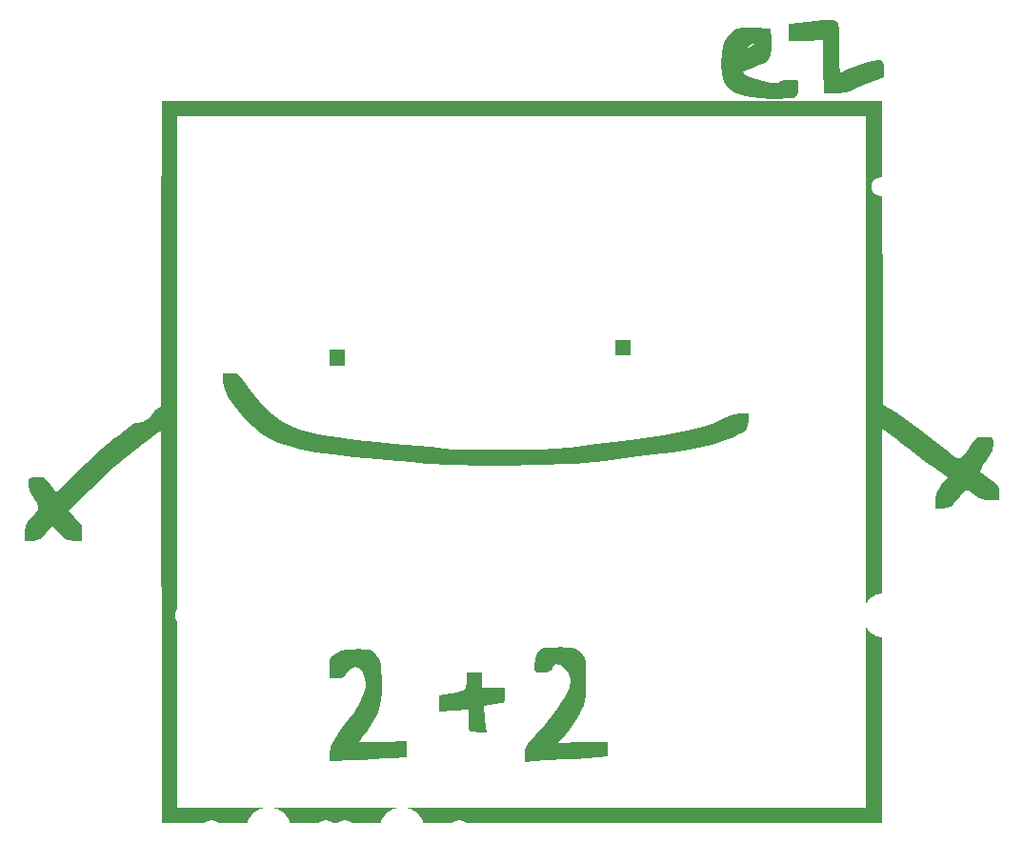
<source format=gbr>
%TF.GenerationSoftware,KiCad,Pcbnew,(6.0.8-1)-1*%
%TF.CreationDate,2022-12-25T10:37:34-08:00*%
%TF.ProjectId,bowiten65-rp2040,626f7769-7465-46e3-9635-2d7270323034,rev?*%
%TF.SameCoordinates,Original*%
%TF.FileFunction,Legend,Top*%
%TF.FilePolarity,Positive*%
%FSLAX46Y46*%
G04 Gerber Fmt 4.6, Leading zero omitted, Abs format (unit mm)*
G04 Created by KiCad (PCBNEW (6.0.8-1)-1) date 2022-12-25 10:37:34*
%MOMM*%
%LPD*%
G01*
G04 APERTURE LIST*
%ADD10C,1.750000*%
%ADD11C,3.987800*%
%ADD12C,3.048000*%
%ADD13R,1.700000X1.700000*%
%ADD14O,1.700000X1.700000*%
G04 APERTURE END LIST*
%TO.C,G\u002A\u002A\u002A*%
G36*
X150861395Y-166959919D02*
G01*
X150858849Y-164645543D01*
X150854749Y-162453055D01*
X150849217Y-160405264D01*
X150842370Y-158524974D01*
X150834327Y-156834992D01*
X150825208Y-155358125D01*
X150815131Y-154117180D01*
X150804215Y-153134962D01*
X150792580Y-152434278D01*
X150780344Y-152037934D01*
X150771411Y-151953784D01*
X150599983Y-152051499D01*
X150239482Y-152307249D01*
X149784587Y-152652840D01*
X149223206Y-153090766D01*
X148688548Y-153507715D01*
X148373757Y-153753104D01*
X147623942Y-154343468D01*
X147005014Y-154849678D01*
X146437624Y-155342117D01*
X145842421Y-155891167D01*
X145140053Y-156567211D01*
X144562690Y-157133455D01*
X142639461Y-159027443D01*
X143103906Y-159609527D01*
X143415170Y-159965686D01*
X143647421Y-160171436D01*
X143697068Y-160191616D01*
X143773848Y-160345090D01*
X143819891Y-160733368D01*
X143825784Y-160963919D01*
X143825784Y-161736216D01*
X143126740Y-161736216D01*
X142663731Y-161695606D01*
X142303774Y-161526969D01*
X141911837Y-161160095D01*
X141815755Y-161054554D01*
X141203815Y-160372892D01*
X140606298Y-161054554D01*
X140194604Y-161474413D01*
X139839136Y-161677812D01*
X139408441Y-161735682D01*
X139342958Y-161736216D01*
X138677136Y-161736216D01*
X138677930Y-161006824D01*
X138759668Y-160379990D01*
X139052365Y-159873334D01*
X139149889Y-159761422D01*
X139607377Y-159253509D01*
X139857227Y-158913954D01*
X139918791Y-158653641D01*
X139811418Y-158383456D01*
X139554461Y-158014282D01*
X139535078Y-157987547D01*
X139121748Y-157226733D01*
X139020379Y-156674864D01*
X139036890Y-156304458D01*
X139148797Y-156129344D01*
X139449662Y-156076339D01*
X139790241Y-156072702D01*
X140278785Y-156099936D01*
X140593841Y-156234610D01*
X140876233Y-156556188D01*
X141018901Y-156765992D01*
X141477698Y-157459282D01*
X143466944Y-155512466D01*
X144208473Y-154797069D01*
X144930225Y-154119132D01*
X145568375Y-153537332D01*
X146059099Y-153110343D01*
X146227920Y-152974243D01*
X146704133Y-152607838D01*
X147098367Y-152301956D01*
X147257650Y-152176614D01*
X148344260Y-151332591D01*
X149249218Y-150681123D01*
X149946262Y-150240657D01*
X150202015Y-150108339D01*
X150853416Y-149808513D01*
X150857843Y-136207500D01*
X150862271Y-122606486D01*
X214875056Y-122606486D01*
X214962946Y-149635558D01*
X215745376Y-150065279D01*
X216165797Y-150319940D01*
X216734016Y-150706371D01*
X217474763Y-151242763D01*
X218412764Y-151947308D01*
X219572750Y-152838198D01*
X220592885Y-153631473D01*
X221182461Y-154085911D01*
X221578235Y-154330975D01*
X221862455Y-154361287D01*
X222117364Y-154171467D01*
X222425209Y-153756138D01*
X222598806Y-153500297D01*
X222971890Y-152966867D01*
X223244241Y-152658657D01*
X223503545Y-152513979D01*
X223837488Y-152471148D01*
X224065287Y-152468648D01*
X224537273Y-152481808D01*
X224759820Y-152570298D01*
X224826728Y-152807634D01*
X224831190Y-153068927D01*
X224701723Y-153686811D01*
X224297957Y-154409639D01*
X224230514Y-154505302D01*
X223909288Y-154979913D01*
X223691323Y-155354557D01*
X223629838Y-155517538D01*
X223763623Y-155697540D01*
X224110440Y-155984005D01*
X224487946Y-156244324D01*
X224972882Y-156575960D01*
X225230145Y-156839276D01*
X225330715Y-157135128D01*
X225346054Y-157463566D01*
X225346054Y-158132162D01*
X224611944Y-158132162D01*
X224066817Y-158078969D01*
X223620636Y-157946689D01*
X223539309Y-157901048D01*
X222957221Y-157503835D01*
X222580970Y-157288922D01*
X222323783Y-157259179D01*
X222098888Y-157417471D01*
X221819512Y-157766668D01*
X221671282Y-157962787D01*
X221283810Y-158440794D01*
X220984010Y-158698637D01*
X220670023Y-158802325D01*
X220350567Y-158818648D01*
X219682541Y-158818648D01*
X219682541Y-158085454D01*
X219759301Y-157471660D01*
X220036446Y-156935577D01*
X220198121Y-156726771D01*
X220713702Y-156101283D01*
X219554540Y-155236530D01*
X218928748Y-154765527D01*
X218144339Y-154169118D01*
X217313481Y-153532831D01*
X216722261Y-153076970D01*
X216075631Y-152581641D01*
X215530704Y-152173815D01*
X215142483Y-151893975D01*
X214965970Y-151782605D01*
X214963139Y-151782162D01*
X214951252Y-151949992D01*
X214939852Y-152438314D01*
X214929049Y-153224378D01*
X214918957Y-154285435D01*
X214909687Y-155598732D01*
X214901350Y-157141520D01*
X214894059Y-158891048D01*
X214887925Y-160824567D01*
X214883060Y-162919324D01*
X214879575Y-165152571D01*
X214877583Y-167501555D01*
X214877136Y-169287567D01*
X214877136Y-186792973D01*
X150862271Y-186792973D01*
X150862271Y-185420000D01*
X152235244Y-185420000D01*
X213501739Y-185420000D01*
X213499885Y-154699729D01*
X213498032Y-123979459D01*
X152235244Y-123979459D01*
X152235244Y-185420000D01*
X150862271Y-185420000D01*
X150862271Y-169373378D01*
X150861395Y-166959919D01*
G37*
G36*
X192566325Y-145260540D02*
G01*
X191193352Y-145260540D01*
X191193352Y-143887567D01*
X192566325Y-143887567D01*
X192566325Y-145260540D01*
G37*
G36*
X210569354Y-115434438D02*
G01*
X210825011Y-115541798D01*
X210981158Y-115793605D01*
X211062428Y-116236483D01*
X211093452Y-116917054D01*
X211098862Y-117881943D01*
X211099116Y-118188684D01*
X211103667Y-119044502D01*
X211120611Y-119608938D01*
X211158435Y-119933828D01*
X211225629Y-120071011D01*
X211330680Y-120072324D01*
X211401798Y-120037248D01*
X211967177Y-119763547D01*
X212670784Y-119485293D01*
X213399893Y-119240412D01*
X214041778Y-119066826D01*
X214477670Y-119002432D01*
X214832034Y-119021647D01*
X214997474Y-119142385D01*
X215045919Y-119459283D01*
X215048757Y-119753804D01*
X215048757Y-120505177D01*
X213976122Y-120902521D01*
X213327001Y-121161242D01*
X212732402Y-121428906D01*
X212388622Y-121609290D01*
X211747372Y-121840839D01*
X210832601Y-121919297D01*
X210805965Y-121919358D01*
X209738173Y-121920000D01*
X209690425Y-119560202D01*
X209642676Y-117200405D01*
X208140987Y-117250289D01*
X206639298Y-117300174D01*
X206639298Y-115774749D01*
X207540311Y-115672268D01*
X208203047Y-115602303D01*
X209012758Y-115524269D01*
X209660984Y-115466567D01*
X210189555Y-115424902D01*
X210569354Y-115434438D01*
G37*
G36*
X157486198Y-146845265D02*
G01*
X157789723Y-147023650D01*
X158083642Y-147427284D01*
X158089373Y-147436545D01*
X158738640Y-148360993D01*
X159540840Y-149316312D01*
X160389591Y-150183746D01*
X161072675Y-150766675D01*
X161666108Y-151164278D01*
X162341769Y-151511002D01*
X163133701Y-151814439D01*
X164075948Y-152082180D01*
X165202551Y-152321818D01*
X166547555Y-152540944D01*
X168145004Y-152747150D01*
X170028939Y-152948027D01*
X171456865Y-153082373D01*
X172568650Y-153183595D01*
X173685138Y-153286768D01*
X174710051Y-153382889D01*
X175547107Y-153462958D01*
X175919027Y-153499541D01*
X176973799Y-153576095D01*
X178288805Y-153626494D01*
X179782084Y-153651384D01*
X181371675Y-153651415D01*
X182975617Y-153627232D01*
X184511950Y-153579484D01*
X185898712Y-153508818D01*
X187053942Y-153415883D01*
X187099007Y-153411204D01*
X189627163Y-153136384D01*
X191837643Y-152874991D01*
X193755537Y-152622322D01*
X195405931Y-152373674D01*
X196813916Y-152124344D01*
X198004579Y-151869629D01*
X199003009Y-151604824D01*
X199834295Y-151325228D01*
X200523525Y-151026136D01*
X200898281Y-150824301D01*
X201703028Y-150493536D01*
X202320930Y-150409189D01*
X203035244Y-150409189D01*
X203035244Y-151079368D01*
X203004230Y-151503731D01*
X202857649Y-151787472D01*
X202515192Y-152050765D01*
X202299081Y-152180966D01*
X201685359Y-152497098D01*
X200951467Y-152789816D01*
X200071861Y-153063927D01*
X199020999Y-153324243D01*
X197773339Y-153575570D01*
X196303336Y-153822718D01*
X194585450Y-154070497D01*
X192594137Y-154323714D01*
X190303855Y-154587179D01*
X188471980Y-154784177D01*
X187598719Y-154853706D01*
X186452295Y-154911716D01*
X185096023Y-154957819D01*
X183593217Y-154991627D01*
X182007194Y-155012753D01*
X180401269Y-155020809D01*
X178838756Y-155015406D01*
X177382970Y-154996158D01*
X176097228Y-154962677D01*
X175044844Y-154914574D01*
X174460244Y-154869994D01*
X173883772Y-154814648D01*
X173051086Y-154736061D01*
X172047790Y-154642246D01*
X170959485Y-154541217D01*
X170169703Y-154468358D01*
X168021665Y-154258857D01*
X166182175Y-154048592D01*
X164616695Y-153826410D01*
X163290687Y-153581162D01*
X162169612Y-153301696D01*
X161218934Y-152976861D01*
X160404114Y-152595506D01*
X159690614Y-152146479D01*
X159043895Y-151618630D01*
X158429421Y-151000807D01*
X158034966Y-150550468D01*
X157333285Y-149686927D01*
X156846670Y-149003742D01*
X156542925Y-148443201D01*
X156389855Y-147947592D01*
X156354163Y-147537593D01*
X156354163Y-146805135D01*
X157026652Y-146805135D01*
X157486198Y-146845265D01*
G37*
G36*
X167166325Y-146118648D02*
G01*
X165793352Y-146118648D01*
X165793352Y-144745675D01*
X167166325Y-144745675D01*
X167166325Y-146118648D01*
G37*
G36*
X186899192Y-171184566D02*
G01*
X187363878Y-171223775D01*
X187675941Y-171320280D01*
X187930643Y-171498705D01*
X188117364Y-171677068D01*
X188334883Y-171906875D01*
X188478213Y-172126695D01*
X188562823Y-172411433D01*
X188604184Y-172835996D01*
X188617765Y-173475292D01*
X188619027Y-174106184D01*
X188614433Y-174954579D01*
X188588380Y-175553130D01*
X188522462Y-175995223D01*
X188398272Y-176374245D01*
X188197406Y-176783580D01*
X188032373Y-177082672D01*
X187608617Y-177770160D01*
X187117172Y-178467111D01*
X186767851Y-178901192D01*
X186089984Y-179670675D01*
X188298425Y-179618229D01*
X190506865Y-179565782D01*
X190506865Y-180912845D01*
X188661933Y-181023950D01*
X187619358Y-181086069D01*
X186437940Y-181155440D01*
X185321437Y-181220126D01*
X184972068Y-181240113D01*
X183127136Y-181345171D01*
X183132364Y-180679545D01*
X183169986Y-180298788D01*
X183309370Y-179947822D01*
X183600307Y-179538662D01*
X184091788Y-178984189D01*
X184928443Y-178062386D01*
X185570306Y-177305476D01*
X186072351Y-176642912D01*
X186489552Y-176004146D01*
X186710446Y-175623691D01*
X187105286Y-174776435D01*
X187232662Y-174090921D01*
X187093270Y-173514635D01*
X186744623Y-173050273D01*
X186282919Y-172708529D01*
X185911263Y-172681435D01*
X185652065Y-172968423D01*
X185610617Y-173079098D01*
X185461921Y-173293628D01*
X185134517Y-173390145D01*
X184745976Y-173406486D01*
X184276067Y-173393306D01*
X184055276Y-173303287D01*
X183989480Y-173060715D01*
X183985244Y-172794528D01*
X184078511Y-172118066D01*
X184325323Y-171561423D01*
X184568706Y-171306749D01*
X184818909Y-171248163D01*
X185318054Y-171203356D01*
X185971896Y-171179827D01*
X186186621Y-171178033D01*
X186899192Y-171184566D01*
G37*
G36*
X201179289Y-116875064D02*
G01*
X201516419Y-116518571D01*
X201800702Y-116301567D01*
X202080792Y-116173092D01*
X202451232Y-116114478D01*
X203006568Y-116107058D01*
X203527952Y-116121391D01*
X205008892Y-116170675D01*
X205061429Y-117193254D01*
X205080856Y-117999254D01*
X205014573Y-118547402D01*
X204824051Y-118919831D01*
X204470764Y-119198676D01*
X204015681Y-119422594D01*
X203458898Y-119663006D01*
X202988463Y-119856442D01*
X202791078Y-119931027D01*
X202569829Y-120029015D01*
X202619278Y-120147091D01*
X202822556Y-120297309D01*
X203173725Y-120471393D01*
X203732301Y-120675121D01*
X204312565Y-120846479D01*
X204965320Y-120999970D01*
X205388099Y-121044895D01*
X205674710Y-120986629D01*
X205780447Y-120930562D01*
X206172276Y-120791720D01*
X206703531Y-120720954D01*
X206808591Y-120718648D01*
X207248992Y-120735611D01*
X207445063Y-120848926D01*
X207495709Y-121152234D01*
X207497406Y-121370811D01*
X207446174Y-121851323D01*
X207320037Y-122194039D01*
X207291460Y-122228919D01*
X207015557Y-122329549D01*
X206481174Y-122393960D01*
X205771045Y-122423182D01*
X204967906Y-122418244D01*
X204154491Y-122380176D01*
X203413536Y-122310009D01*
X202827776Y-122208771D01*
X202692000Y-122171664D01*
X201805553Y-121843891D01*
X201209114Y-121465915D01*
X200850074Y-120966828D01*
X200675824Y-120275719D01*
X200633498Y-119397104D01*
X200688766Y-118307790D01*
X200776351Y-117898968D01*
X202863622Y-117898968D01*
X202989753Y-117897802D01*
X203206865Y-117801081D01*
X203476577Y-117623845D01*
X203550108Y-117531572D01*
X203423977Y-117532738D01*
X203206865Y-117629459D01*
X202937153Y-117806695D01*
X202863622Y-117898968D01*
X200776351Y-117898968D01*
X200864641Y-117486851D01*
X201179289Y-116875064D01*
G37*
G36*
X179351460Y-174779459D02*
G01*
X181410919Y-174779459D01*
X181410919Y-175465946D01*
X181386466Y-175909262D01*
X181275279Y-176106214D01*
X181020615Y-176152369D01*
X181003318Y-176152432D01*
X180530331Y-176187108D01*
X180060180Y-176259539D01*
X179524644Y-176366647D01*
X179634318Y-177546702D01*
X179743993Y-178726756D01*
X179061465Y-178726756D01*
X178599739Y-178700300D01*
X178299716Y-178634546D01*
X178264523Y-178612342D01*
X178199833Y-178388552D01*
X178158354Y-177939468D01*
X178150108Y-177595847D01*
X178150108Y-176693766D01*
X175575784Y-176888462D01*
X175575784Y-175490562D01*
X176562608Y-175288267D01*
X177134605Y-175168076D01*
X177582916Y-175068597D01*
X177763960Y-175023912D01*
X177906630Y-174816585D01*
X177975136Y-174343922D01*
X177978487Y-174184170D01*
X177978487Y-173406486D01*
X179351460Y-173406486D01*
X179351460Y-174779459D01*
G37*
G36*
X168913382Y-171355659D02*
G01*
X169338741Y-171401620D01*
X169619140Y-171515003D01*
X169853686Y-171725904D01*
X169982825Y-171875059D01*
X170175187Y-172123633D01*
X170302225Y-172374273D01*
X170377426Y-172702655D01*
X170414275Y-173184454D01*
X170426256Y-173895348D01*
X170427136Y-174368467D01*
X170421100Y-175239901D01*
X170392277Y-175861521D01*
X170324590Y-176326690D01*
X170201963Y-176728772D01*
X170008322Y-177161130D01*
X169913550Y-177351248D01*
X169553222Y-177995535D01*
X169153208Y-178608163D01*
X168883821Y-178956511D01*
X168575548Y-179321753D01*
X168391011Y-179567689D01*
X168367676Y-179615317D01*
X168528338Y-179636837D01*
X168967052Y-179644432D01*
X169618911Y-179638118D01*
X170419005Y-179617907D01*
X170512946Y-179614848D01*
X172658217Y-179543428D01*
X172658217Y-180920321D01*
X171328149Y-181029016D01*
X170597187Y-181082346D01*
X169657632Y-181141803D01*
X168643840Y-181199243D01*
X167895717Y-181237043D01*
X165793352Y-181336376D01*
X165793352Y-180672856D01*
X165925815Y-180042100D01*
X166305781Y-179250739D01*
X166907117Y-178345383D01*
X167538188Y-177560881D01*
X167996546Y-176936790D01*
X168426362Y-176189153D01*
X168777774Y-175423095D01*
X169000916Y-174743742D01*
X169054163Y-174364869D01*
X168890674Y-173668517D01*
X168643474Y-173291416D01*
X168351025Y-172986131D01*
X168123048Y-172914208D01*
X167812756Y-173038483D01*
X167758330Y-173067319D01*
X167395605Y-173338996D01*
X167205083Y-173621013D01*
X167038505Y-173833746D01*
X166639263Y-173917045D01*
X166459822Y-173921351D01*
X165793352Y-173921351D01*
X165793352Y-172991430D01*
X165810472Y-172439461D01*
X165898308Y-172108526D01*
X166111573Y-171876785D01*
X166371379Y-171704267D01*
X166793633Y-171500562D01*
X167303469Y-171389113D01*
X168012738Y-171348582D01*
X168243961Y-171347027D01*
X168913382Y-171355659D01*
G37*
%TD*%
%LPC*%
D10*
%TO.C,MX53*%
X152906952Y-168337452D03*
X163066952Y-168337452D03*
D11*
X157986952Y-168337452D03*
%TD*%
%TO.C,MX29*%
X300861952Y-130237452D03*
D10*
X295781952Y-130237452D03*
X305941952Y-130237452D03*
%TD*%
%TO.C,MX57*%
X239266952Y-168337452D03*
D11*
X234186952Y-168337452D03*
D10*
X229106952Y-168337452D03*
%TD*%
D11*
%TO.C,MX68*%
X160368202Y-187387452D03*
D12*
X210368102Y-194372452D03*
D10*
X155288202Y-187387452D03*
D12*
X110368302Y-194372452D03*
D11*
X210368102Y-179132452D03*
X110368302Y-179132452D03*
D10*
X165448202Y-187387452D03*
%TD*%
%TO.C,MX56*%
X220216952Y-168337452D03*
X210056952Y-168337452D03*
D11*
X215136952Y-168337452D03*
%TD*%
D10*
%TO.C,MX74*%
X300544452Y-187387452D03*
D11*
X305624452Y-187387452D03*
D10*
X310704452Y-187387452D03*
%TD*%
%TO.C,MX66*%
X83850702Y-187387452D03*
D11*
X88930702Y-187387452D03*
D10*
X94010702Y-187387452D03*
%TD*%
%TO.C,MX24*%
X205929452Y-130237452D03*
D11*
X200849452Y-130237452D03*
D10*
X195769452Y-130237452D03*
%TD*%
D11*
%TO.C,MX39*%
X186561952Y-149287452D03*
D10*
X191641952Y-149287452D03*
X181481952Y-149287452D03*
%TD*%
%TO.C,MX49*%
X86866952Y-168337452D03*
D11*
X81786952Y-168337452D03*
D10*
X76706952Y-168337452D03*
%TD*%
%TO.C,MX42*%
X248791952Y-149287452D03*
X238631952Y-149287452D03*
D11*
X243711952Y-149287452D03*
%TD*%
D10*
%TO.C,MX20*%
X129729452Y-130237452D03*
X119569452Y-130237452D03*
D11*
X124649452Y-130237452D03*
%TD*%
%TO.C,MX10*%
X210374452Y-111187452D03*
D10*
X215454452Y-111187452D03*
X205294452Y-111187452D03*
%TD*%
D11*
%TO.C,MX72*%
X255618202Y-187387452D03*
D10*
X260698202Y-187387452D03*
X250538202Y-187387452D03*
%TD*%
D11*
%TO.C,MX38*%
X167511952Y-149287452D03*
D10*
X172591952Y-149287452D03*
X162431952Y-149287452D03*
%TD*%
%TO.C,MX70*%
X226725702Y-187387452D03*
X236885702Y-187387452D03*
D11*
X231805702Y-187387452D03*
%TD*%
D10*
%TO.C,MX43*%
X257681952Y-149287452D03*
D11*
X262761952Y-149287452D03*
D10*
X267841952Y-149287452D03*
%TD*%
D11*
%TO.C,MX7*%
X153224452Y-111187452D03*
D10*
X158304452Y-111187452D03*
X148144452Y-111187452D03*
%TD*%
%TO.C,MX11*%
X224344452Y-111187452D03*
D11*
X229424452Y-111187452D03*
D10*
X234504452Y-111187452D03*
%TD*%
D11*
%TO.C,MX71*%
X253236952Y-187387452D03*
D10*
X248156952Y-187387452D03*
X258316952Y-187387452D03*
%TD*%
D11*
%TO.C,MX37*%
X148461952Y-149287452D03*
D10*
X143381952Y-149287452D03*
X153541952Y-149287452D03*
%TD*%
%TO.C,MX36*%
X124331952Y-149287452D03*
D11*
X129411952Y-149287452D03*
D10*
X134491952Y-149287452D03*
%TD*%
%TO.C,MX40*%
X210691952Y-149287452D03*
X200531952Y-149287452D03*
D11*
X205611952Y-149287452D03*
%TD*%
D10*
%TO.C,MX50*%
X95756952Y-168337452D03*
D11*
X100836952Y-168337452D03*
D10*
X105916952Y-168337452D03*
%TD*%
%TO.C,MX59*%
X284510702Y-168337452D03*
X274350702Y-168337452D03*
D11*
X279430702Y-168337452D03*
%TD*%
D10*
%TO.C,MX25*%
X214819452Y-130237452D03*
D11*
X219899452Y-130237452D03*
D10*
X224979452Y-130237452D03*
%TD*%
%TO.C,MX33*%
X77341952Y-149287452D03*
D11*
X72261952Y-149287452D03*
D10*
X67181952Y-149287452D03*
%TD*%
D11*
%TO.C,MX69*%
X172274452Y-187387452D03*
X229424452Y-179132452D03*
D12*
X115124452Y-194372452D03*
D11*
X115124452Y-179132452D03*
D10*
X177354452Y-187387452D03*
D12*
X229424452Y-194372452D03*
D10*
X167194452Y-187387452D03*
%TD*%
D11*
%TO.C,MX65*%
X67499452Y-187387452D03*
D10*
X72579452Y-187387452D03*
X62419452Y-187387452D03*
%TD*%
%TO.C,MX26*%
X233869452Y-130237452D03*
X244029452Y-130237452D03*
D11*
X238949452Y-130237452D03*
%TD*%
%TO.C,MX16*%
X43686952Y-130237452D03*
D10*
X38606952Y-130237452D03*
X48766952Y-130237452D03*
%TD*%
%TO.C,MX52*%
X144016952Y-168337452D03*
X133856952Y-168337452D03*
D11*
X138936952Y-168337452D03*
%TD*%
%TO.C,MX45*%
X281811952Y-157542452D03*
D12*
X305624452Y-142302452D03*
D11*
X293718202Y-149287452D03*
X305624452Y-157542452D03*
D10*
X288638202Y-149287452D03*
D12*
X281811952Y-142302452D03*
D10*
X298798202Y-149287452D03*
%TD*%
%TO.C,MX22*%
X157669452Y-130237452D03*
D11*
X162749452Y-130237452D03*
D10*
X167829452Y-130237452D03*
%TD*%
%TO.C,MX32*%
X51148202Y-149287452D03*
D11*
X46068202Y-149287452D03*
D10*
X40988202Y-149287452D03*
%TD*%
%TO.C,MX6*%
X129094452Y-111187452D03*
X139254452Y-111187452D03*
D11*
X134174452Y-111187452D03*
%TD*%
%TO.C,MX48*%
X62736952Y-176592452D03*
X38924452Y-176592452D03*
D10*
X55910702Y-168337452D03*
D12*
X38924452Y-161352452D03*
D11*
X50830702Y-168337452D03*
D10*
X45750702Y-168337452D03*
D12*
X62736952Y-161352452D03*
%TD*%
D11*
%TO.C,MX51*%
X119886952Y-168337452D03*
D10*
X124966952Y-168337452D03*
X114806952Y-168337452D03*
%TD*%
%TO.C,MX34*%
X96391952Y-149287452D03*
X86231952Y-149287452D03*
D11*
X91311952Y-149287452D03*
%TD*%
D10*
%TO.C,MX73*%
X281494452Y-187387452D03*
X291654452Y-187387452D03*
D11*
X286574452Y-187387452D03*
%TD*%
%TO.C,MX14*%
X284193202Y-119442452D03*
X296099452Y-111187452D03*
X308005702Y-119442452D03*
D10*
X291019452Y-111187452D03*
X301179452Y-111187452D03*
D12*
X284193202Y-104202452D03*
X308005702Y-104202452D03*
%TD*%
D10*
%TO.C,MX64*%
X60038202Y-187387452D03*
D11*
X65118202Y-187387452D03*
D10*
X70198202Y-187387452D03*
%TD*%
%TO.C,MX61*%
X329754452Y-168337452D03*
X319594452Y-168337452D03*
D11*
X324674452Y-168337452D03*
%TD*%
%TO.C,MX2*%
X57974452Y-111187452D03*
D10*
X63054452Y-111187452D03*
X52894452Y-111187452D03*
%TD*%
%TO.C,MX47*%
X329754452Y-149287452D03*
X319594452Y-149287452D03*
D11*
X324674452Y-149287452D03*
%TD*%
%TO.C,MX62*%
X41305702Y-187387452D03*
D10*
X46385702Y-187387452D03*
X36225702Y-187387452D03*
%TD*%
%TO.C,MX60*%
X310704452Y-168337452D03*
X300544452Y-168337452D03*
D11*
X305624452Y-168337452D03*
%TD*%
D10*
%TO.C,MX46*%
X308323202Y-149287452D03*
X298163202Y-149287452D03*
D11*
X303243202Y-149287452D03*
%TD*%
D10*
%TO.C,MX30*%
X319594452Y-130237452D03*
X329754452Y-130237452D03*
D11*
X324674452Y-130237452D03*
%TD*%
D10*
%TO.C,MX4*%
X101154452Y-111187452D03*
D11*
X96074452Y-111187452D03*
D10*
X90994452Y-111187452D03*
%TD*%
%TO.C,MX12*%
X253554452Y-111187452D03*
X243394452Y-111187452D03*
D11*
X248474452Y-111187452D03*
%TD*%
D10*
%TO.C,MX18*%
X91629452Y-130237452D03*
D11*
X86549452Y-130237452D03*
D10*
X81469452Y-130237452D03*
%TD*%
%TO.C,MX23*%
X186879452Y-130237452D03*
D11*
X181799452Y-130237452D03*
D10*
X176719452Y-130237452D03*
%TD*%
D11*
%TO.C,MX21*%
X143699452Y-130237452D03*
D10*
X138619452Y-130237452D03*
X148779452Y-130237452D03*
%TD*%
%TO.C,MX63*%
X38606952Y-187387452D03*
X48766952Y-187387452D03*
D11*
X43686952Y-187387452D03*
%TD*%
D10*
%TO.C,MX9*%
X186244452Y-111187452D03*
X196404452Y-111187452D03*
D11*
X191324452Y-111187452D03*
%TD*%
D10*
%TO.C,MX27*%
X252919452Y-130237452D03*
X263079452Y-130237452D03*
D11*
X257999452Y-130237452D03*
%TD*%
%TO.C,MX28*%
X277049452Y-130237452D03*
D10*
X282129452Y-130237452D03*
X271969452Y-130237452D03*
%TD*%
D11*
%TO.C,MX15*%
X324674452Y-111187452D03*
D10*
X319594452Y-111187452D03*
X329754452Y-111187452D03*
%TD*%
%TO.C,MX17*%
X62419452Y-130237452D03*
X72579452Y-130237452D03*
D11*
X67499452Y-130237452D03*
%TD*%
%TO.C,MX44*%
X281811952Y-149287452D03*
D10*
X286891952Y-149287452D03*
X276731952Y-149287452D03*
%TD*%
%TO.C,MX54*%
X182116952Y-168337452D03*
X171956952Y-168337452D03*
D11*
X177036952Y-168337452D03*
%TD*%
%TO.C,MX75*%
X324674452Y-187387452D03*
D10*
X329754452Y-187387452D03*
X319594452Y-187387452D03*
%TD*%
%TO.C,MX1*%
X44004452Y-111187452D03*
D11*
X38924452Y-111187452D03*
D10*
X33844452Y-111187452D03*
%TD*%
%TO.C,MX5*%
X110044452Y-111187452D03*
X120204452Y-111187452D03*
D11*
X115124452Y-111187452D03*
%TD*%
%TO.C,MX58*%
X253236952Y-168337452D03*
D10*
X258316952Y-168337452D03*
X248156952Y-168337452D03*
%TD*%
%TO.C,MX19*%
X100519452Y-130237452D03*
D11*
X105599452Y-130237452D03*
D10*
X110679452Y-130237452D03*
%TD*%
%TO.C,MX67*%
X86231952Y-187387452D03*
D11*
X91311952Y-187387452D03*
D10*
X96391952Y-187387452D03*
%TD*%
D11*
%TO.C,MX8*%
X172274452Y-111187452D03*
D10*
X177354452Y-111187452D03*
X167194452Y-111187452D03*
%TD*%
D11*
%TO.C,MX35*%
X110361952Y-149287452D03*
D10*
X115441952Y-149287452D03*
X105281952Y-149287452D03*
%TD*%
%TO.C,MX3*%
X71944452Y-111187452D03*
D11*
X77024452Y-111187452D03*
D10*
X82104452Y-111187452D03*
%TD*%
%TO.C,MX31*%
X46385702Y-149287452D03*
X36225702Y-149287452D03*
D11*
X41305702Y-149287452D03*
%TD*%
D10*
%TO.C,MX55*%
X201166952Y-168337452D03*
D11*
X196086952Y-168337452D03*
D10*
X191006952Y-168337452D03*
%TD*%
D11*
%TO.C,MX13*%
X267524452Y-111187452D03*
D10*
X262444452Y-111187452D03*
X272604452Y-111187452D03*
%TD*%
D11*
%TO.C,MX41*%
X224661952Y-149287452D03*
D10*
X229741952Y-149287452D03*
X219581952Y-149287452D03*
%TD*%
D13*
%TO.C,J2*%
X102718000Y-180116000D03*
D14*
X102718000Y-182656000D03*
X102718000Y-185196000D03*
X102718000Y-187736000D03*
X102718000Y-190276000D03*
%TD*%
M02*

</source>
